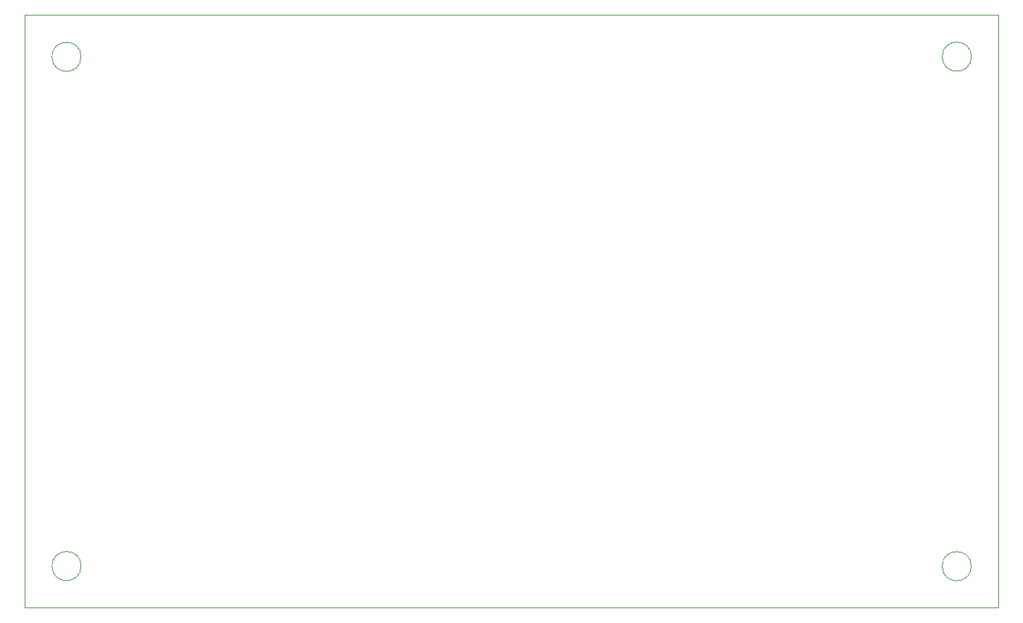
<source format=gbr>
%TF.GenerationSoftware,KiCad,Pcbnew,7.0.6*%
%TF.CreationDate,2023-07-29T19:28:03+05:30*%
%TF.ProjectId,Final_ESA_q5,46696e61-6c5f-4455-9341-5f71352e6b69,rev?*%
%TF.SameCoordinates,Original*%
%TF.FileFunction,Profile,NP*%
%FSLAX46Y46*%
G04 Gerber Fmt 4.6, Leading zero omitted, Abs format (unit mm)*
G04 Created by KiCad (PCBNEW 7.0.6) date 2023-07-29 19:28:03*
%MOMM*%
%LPD*%
G01*
G04 APERTURE LIST*
%TA.AperFunction,Profile*%
%ADD10C,0.100000*%
%TD*%
G04 APERTURE END LIST*
D10*
X179640207Y-48171889D02*
G75*
G03*
X179640207Y-48171889I-1750000J0D01*
G01*
X179632938Y-109313317D02*
G75*
G03*
X179632938Y-109313317I-1750000J0D01*
G01*
X66040000Y-43180000D02*
X182880000Y-43180000D01*
X182880000Y-114300000D01*
X66040000Y-114300000D01*
X66040000Y-43180000D01*
X72800885Y-109302938D02*
G75*
G03*
X72800885Y-109302938I-1750000J0D01*
G01*
X72797441Y-48190885D02*
G75*
G03*
X72797441Y-48190885I-1750000J0D01*
G01*
M02*

</source>
